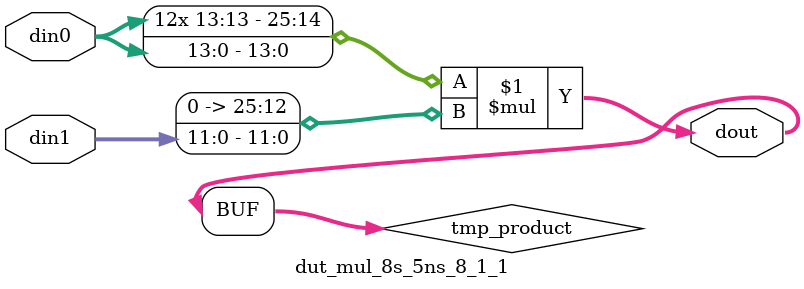
<source format=v>

`timescale 1 ns / 1 ps

  module dut_mul_8s_5ns_8_1_1(din0, din1, dout);
parameter ID = 1;
parameter NUM_STAGE = 0;
parameter din0_WIDTH = 14;
parameter din1_WIDTH = 12;
parameter dout_WIDTH = 26;

input [din0_WIDTH - 1 : 0] din0; 
input [din1_WIDTH - 1 : 0] din1; 
output [dout_WIDTH - 1 : 0] dout;

wire signed [dout_WIDTH - 1 : 0] tmp_product;












assign tmp_product = $signed(din0) * $signed({1'b0, din1});









assign dout = tmp_product;







endmodule

</source>
